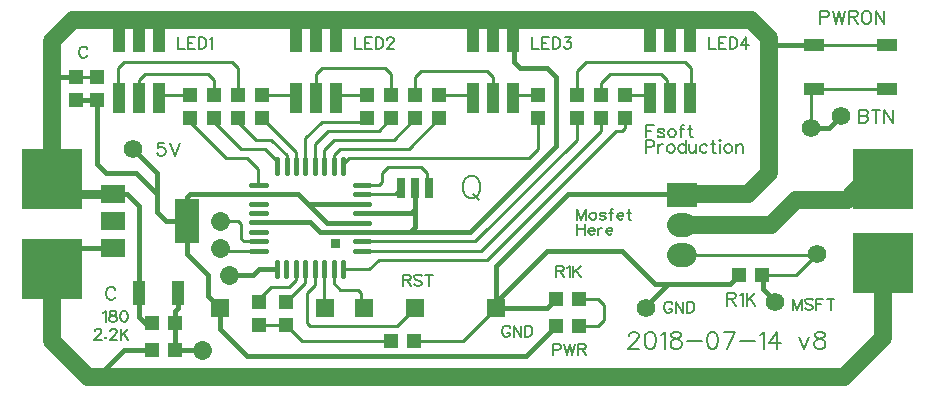
<source format=gtl>
G04 ---------------------------- Layer name :TOP LAYER*
G04 EasyEDA v5.6.10, Sat, 14 Jul 2018 09:59:27 GMT*
G04 2f10b13e7a714cddaf66bfbe285f99f1*
G04 Gerber Generator version 0.2*
G04 Scale: 100 percent, Rotated: No, Reflected: No *
G04 Dimensions in millimeters *
G04 leading zeros omitted , absolute positions ,3 integer and 3 decimal *
%FSLAX33Y33*%
%MOMM*%
G90*
G71D02*

%ADD10C,0.254000*%
%ADD11C,0.399999*%
%ADD12C,1.499997*%
%ADD13C,0.799998*%
%ADD14C,0.450012*%
%ADD15C,0.203200*%
%ADD16C,0.177800*%
%ADD17C,0.178003*%
%ADD18C,1.575054*%
%ADD19R,1.999996X3.799992*%
%ADD20R,1.999996X1.499997*%
%ADD21R,0.701040X1.699260*%
%ADD22R,1.799996X1.099998*%
%ADD23R,1.099998X2.499995*%
%ADD24R,1.206500X1.206500*%
%ADD25R,1.206500X1.206998*%
%ADD26R,1.206500X1.207008*%
%ADD27C,1.574800*%
%ADD28R,1.207008X1.206500*%
%ADD29R,0.999998X1.999996*%
%ADD30R,2.499995X1.999996*%
%ADD31R,1.574800X1.574800*%
%ADD32R,1.574800X1.575054*%
%ADD33R,1.999996X1.999996*%
%ADD34C,1.999996*%
%ADD35C,1.575003*%

%LPD*%
G54D11*
G01X41148Y7112D02*
G01X45463Y7112D01*
G01X46226Y7875D01*
G01X7368Y24686D02*
G01X5593Y24686D01*
G01X5590Y24688D01*
G54D10*
G01X29768Y17526D02*
G01X31242Y17526D01*
G01X31496Y17780D01*
G01X31496Y18542D01*
G01X32004Y19050D01*
G01X34798Y19050D01*
G01X35306Y18542D01*
G01X35306Y17449D01*
G01X35483Y17272D01*
G01X29768Y16725D02*
G01X32550Y16725D01*
G01X33096Y17272D01*
G54D11*
G01X29768Y15925D02*
G01X25222Y15925D01*
G01X24419Y16731D01*
G01X21031Y16736D01*
G01X29768Y14328D02*
G01X26819Y14328D01*
G01X25222Y15925D01*
G01X21031Y14338D02*
G01X25394Y14339D01*
G01X26200Y13533D01*
G01X29768Y13528D01*
G01X29768Y15125D02*
G01X33921Y15125D01*
G01X34290Y15494D01*
G01X34290Y17272D01*
G01X29768Y13528D02*
G01X33848Y13528D01*
G01X34290Y13970D01*
G01X34290Y15494D01*
G54D10*
G01X74272Y29370D02*
G01X68072Y29370D01*
G54D12*
G01X3556Y10414D02*
G01X3556Y4318D01*
G01X6604Y1270D01*
G01X70612Y1270D01*
G01X73914Y4572D01*
G01X73914Y10922D01*
G01X3556Y17272D02*
G01X3556Y29718D01*
G01X5334Y31496D01*
G01X62738Y31496D01*
G01X64262Y29972D01*
G01X64262Y18542D01*
G01X62484Y16764D01*
G01X57023Y16764D01*
G01X56896Y16637D01*
G54D11*
G01X68072Y29370D02*
G01X64930Y29370D01*
G01X64262Y28702D01*
G54D12*
G01X56896Y14097D02*
G01X64389Y14097D01*
G01X66548Y16256D01*
G01X70866Y16256D01*
G01X73914Y19558D01*
G54D10*
G01X74272Y25669D02*
G01X68072Y25669D01*
G01X68072Y25669D02*
G01X67818Y25669D01*
G01X67818Y22860D01*
G01X68326Y22352D01*
G01X56896Y11557D02*
G01X68199Y11557D01*
G01X68326Y11684D01*
G01X63703Y9906D02*
G01X66548Y9906D01*
G01X68072Y11430D01*
G01X68326Y11684D01*
G54D13*
G01X8686Y16776D02*
G01X4813Y16776D01*
G01X3556Y18034D01*
G54D11*
G01X8686Y12176D02*
G01X5318Y12176D01*
G01X3556Y10414D01*
G01X21031Y16736D02*
G01X15212Y16736D01*
G01X14986Y16510D01*
G01X14986Y14478D01*
G01X14986Y14478D02*
G01X14986Y11684D01*
G01X16764Y9906D01*
G01X16764Y8128D01*
G01X17780Y7112D01*
G01X46228Y5588D02*
G01X43688Y3048D01*
G01X20066Y3048D01*
G01X17780Y5334D01*
G01X17780Y7112D01*
G54D10*
G01X21031Y12738D02*
G01X19773Y12738D01*
G01X19558Y12954D01*
G01X19558Y14224D01*
G01X19304Y14478D01*
G01X17780Y14478D01*
G01X21031Y11938D02*
G01X18288Y11938D01*
G01X17780Y12446D01*
G54D11*
G01X22606Y10414D02*
G01X21082Y10414D01*
G01X20574Y9906D01*
G01X18542Y9906D01*
G54D10*
G01X48260Y5334D02*
G01X48260Y5588D01*
G01X49784Y5588D01*
G01X50292Y6096D01*
G01X50292Y7366D01*
G01X49784Y7874D01*
G01X48511Y7874D01*
G01X9182Y29522D02*
G01X9182Y31487D01*
G01X9190Y31496D01*
G01X10881Y29522D02*
G01X10881Y31382D01*
G01X10995Y31496D01*
G01X12666Y31496D02*
G01X12666Y29607D01*
G01X12580Y29522D01*
G01X24180Y29522D02*
G01X24180Y31344D01*
G01X24029Y31496D01*
G01X25833Y31496D02*
G01X25833Y29568D01*
G01X25880Y29522D01*
G01X27581Y29522D02*
G01X27581Y31372D01*
G01X27705Y31496D01*
G01X38734Y31496D02*
G01X39182Y29522D01*
G01X39182Y29522D01*
G01X40881Y29522D02*
G01X40881Y31354D01*
G01X40739Y31496D01*
G01X42611Y31496D02*
G01X42611Y29553D01*
G01X42580Y29522D01*
G01X54180Y29522D02*
G01X54180Y31423D01*
G01X54108Y31496D01*
G01X55979Y31496D02*
G01X55979Y29622D01*
G01X55880Y29522D01*
G01X57581Y29522D02*
G01X57581Y31493D01*
G01X57583Y31496D01*
G54D11*
G01X33053Y13528D02*
G01X38928Y13528D01*
G01X46228Y20828D01*
G01X46228Y26670D01*
G01X45466Y27432D01*
G01X43180Y27432D01*
G01X42697Y27914D01*
G01X42593Y30032D01*
G54D10*
G01X24206Y19126D02*
G01X24206Y20297D01*
G01X21338Y23164D01*
G01X23406Y19126D02*
G01X23406Y20027D01*
G01X22098Y21336D01*
G01X20828Y21336D01*
G01X19306Y22857D01*
G01X19306Y23164D01*
G01X22606Y19126D02*
G01X22606Y19558D01*
G01X21590Y20574D01*
G01X19558Y20574D01*
G01X17274Y22857D01*
G01X17274Y23164D01*
G01X21031Y17536D02*
G01X21031Y18846D01*
G01X20066Y19812D01*
G01X18288Y19812D01*
G01X15242Y22857D01*
G01X15242Y23164D01*
G01X25006Y19126D02*
G01X25006Y21450D01*
G01X26416Y22860D01*
G01X29923Y22860D01*
G01X30228Y23164D01*
G01X25803Y19126D02*
G01X25803Y20977D01*
G01X26924Y22098D01*
G01X31196Y22098D01*
G01X32260Y23162D01*
G01X26603Y19126D02*
G01X26603Y20507D01*
G01X27432Y21336D01*
G01X32463Y21336D01*
G01X34292Y23164D01*
G01X27404Y19126D02*
G01X27404Y20038D01*
G01X27940Y20574D01*
G01X33733Y20574D01*
G01X36324Y23164D01*
G01X15242Y25146D02*
G01X12936Y25146D01*
G01X12621Y24831D01*
G01X21338Y25146D02*
G01X23893Y25146D01*
G01X24208Y24831D01*
G01X30228Y25146D02*
G01X27924Y25146D01*
G01X27609Y24831D01*
G01X36324Y25146D02*
G01X38879Y25146D01*
G01X39194Y24831D01*
G01X44706Y25146D02*
G01X42908Y25146D01*
G01X42593Y24831D01*
G01X52072Y25146D02*
G01X53865Y25146D01*
G01X54180Y24831D01*
G01X50040Y25146D02*
G01X50040Y26164D01*
G01X50800Y26924D01*
G01X55118Y26924D01*
G01X55626Y26416D01*
G01X55626Y25085D01*
G01X55880Y24831D01*
G01X48008Y25146D02*
G01X48008Y27180D01*
G01X48768Y27940D01*
G01X57150Y27940D01*
G01X57658Y27432D01*
G01X57658Y24907D01*
G01X57581Y24831D01*
G01X29768Y12727D02*
G01X39397Y12727D01*
G01X48006Y21336D01*
G01X48006Y23162D01*
G01X48008Y23164D01*
G01X29768Y11927D02*
G01X39867Y11927D01*
G01X50038Y22098D01*
G01X50038Y23162D01*
G01X50040Y23164D01*
G01X28194Y10363D02*
G01X30429Y10363D01*
G01X31242Y11176D01*
G01X40386Y11176D01*
G01X51308Y22098D01*
G01X51816Y22098D01*
G01X52070Y22352D01*
G01X52070Y23162D01*
G01X52072Y23164D01*
G01X28204Y19126D02*
G01X28204Y19314D01*
G01X28702Y19812D01*
G01X43942Y19812D01*
G01X44704Y20574D01*
G01X44704Y23162D01*
G01X44706Y23164D01*
G01X34292Y25146D02*
G01X34290Y26670D01*
G01X34798Y27178D01*
G01X40386Y27178D01*
G01X40894Y26670D01*
G01X40894Y24831D01*
G01X32260Y25143D02*
G01X32258Y26924D01*
G01X31750Y27432D01*
G01X26416Y27432D01*
G01X25908Y26924D01*
G01X25908Y24831D01*
G01X10922Y24831D02*
G01X10922Y26416D01*
G01X11430Y26924D01*
G01X16764Y26924D01*
G01X17272Y26416D01*
G01X17272Y25148D01*
G01X17274Y25146D01*
G01X19306Y25146D02*
G01X19306Y27429D01*
G01X18796Y27940D01*
G01X9652Y27940D01*
G01X9144Y27432D01*
G01X9144Y24909D01*
G01X9222Y24831D01*
G54D11*
G01X5336Y26670D02*
G01X3711Y26670D01*
G01X3556Y26825D01*
G01X41148Y7112D02*
G01X41148Y10668D01*
G01X47244Y16764D01*
G01X56769Y16764D01*
G01X56896Y16637D01*
G01X41148Y7112D02*
G01X40640Y7112D01*
G01X45466Y11938D01*
G01X51816Y11938D01*
G01X54610Y9144D01*
G01X60962Y9144D01*
G01X61724Y9903D01*
G54D10*
G01X7368Y26667D02*
G01X5593Y26667D01*
G01X5590Y26670D01*
G01X27393Y10363D02*
G01X27393Y9182D01*
G01X27940Y8636D01*
G01X29464Y8636D01*
G01X29718Y8382D01*
G01X29718Y7366D01*
G01X29972Y7112D01*
G01X26593Y10363D02*
G01X26593Y7188D01*
G01X26670Y7112D01*
G01X25793Y10363D02*
G01X25793Y9029D01*
G01X25146Y8382D01*
G01X25146Y5842D01*
G01X25400Y5588D01*
G01X32766Y5588D01*
G01X34290Y7112D01*
G01X23373Y7617D02*
G01X23373Y7622D01*
G01X24991Y9230D01*
G01X24996Y10363D01*
G01X21084Y7617D02*
G01X21084Y7874D01*
G01X22098Y8890D01*
G01X23622Y8890D01*
G01X24185Y9451D01*
G01X24196Y10363D01*
G54D11*
G01X14986Y14478D02*
G01X13208Y14478D01*
G01X12446Y15240D01*
G01X12446Y16764D01*
G01X10668Y18542D01*
G01X8128Y18542D01*
G01X7366Y19304D01*
G01X7366Y24686D01*
G01X7367Y24687D01*
G01X12446Y16764D02*
G01X12446Y18542D01*
G01X10414Y20574D01*
G01X68326Y22352D02*
G01X69342Y22352D01*
G01X70358Y23368D01*
G01X63705Y9906D02*
G01X63705Y8684D01*
G01X64770Y7620D01*
G01X53848Y7112D02*
G01X53713Y7112D01*
G01X55745Y9144D01*
G01X16256Y3556D02*
G01X13972Y3556D01*
G01X13971Y3554D01*
G01X13971Y3554D02*
G01X13971Y5840D01*
G01X13971Y5840D01*
G01X11991Y3556D02*
G01X9652Y3556D01*
G01X7620Y1524D01*
G54D10*
G01X32256Y4319D02*
G01X24690Y4319D01*
G01X23371Y5637D01*
G01X23371Y5637D02*
G01X21083Y5637D01*
G01X34237Y4319D02*
G01X38355Y4319D01*
G01X41148Y7112D01*
G54D11*
G01X8685Y16777D02*
G01X9892Y16777D01*
G01X10922Y15748D01*
G01X10922Y8382D01*
G01X11990Y5840D02*
G01X11431Y5840D01*
G01X10922Y6350D01*
G01X10922Y8382D01*
G01X13971Y5840D02*
G01X13971Y6859D01*
G01X14224Y7112D01*
G01X14224Y8382D01*
G54D14*
G01X28194Y9763D02*
G01X28194Y10963D01*
G01X27393Y9763D02*
G01X27393Y10963D01*
G01X26593Y9763D02*
G01X26593Y10963D01*
G01X25793Y9763D02*
G01X25793Y10963D01*
G01X24996Y9763D02*
G01X24996Y10963D01*
G01X24196Y9763D02*
G01X24196Y10963D01*
G01X23395Y9763D02*
G01X23395Y10963D01*
G01X22595Y9763D02*
G01X22595Y10963D01*
G01X21631Y11938D02*
G01X20431Y11938D01*
G01X21631Y12738D02*
G01X20431Y12738D01*
G01X21631Y13538D02*
G01X20431Y13538D01*
G01X21631Y14338D02*
G01X20431Y14338D01*
G01X21631Y15135D02*
G01X20431Y15135D01*
G01X21631Y15935D02*
G01X20431Y15935D01*
G01X21631Y16736D02*
G01X20431Y16736D01*
G01X21631Y17536D02*
G01X20431Y17536D01*
G01X22606Y18526D02*
G01X22606Y19726D01*
G01X23406Y18526D02*
G01X23406Y19726D01*
G01X24206Y18526D02*
G01X24206Y19726D01*
G01X25006Y18526D02*
G01X25006Y19726D01*
G01X25803Y18526D02*
G01X25803Y19726D01*
G01X26603Y18526D02*
G01X26603Y19726D01*
G01X27404Y18526D02*
G01X27404Y19726D01*
G01X28204Y18526D02*
G01X28204Y19726D01*
G01X30368Y17526D02*
G01X29168Y17526D01*
G01X30368Y16725D02*
G01X29168Y16725D01*
G01X30368Y15925D02*
G01X29168Y15925D01*
G01X30368Y15125D02*
G01X29168Y15125D01*
G01X30368Y14328D02*
G01X29168Y14328D01*
G01X30368Y13528D02*
G01X29168Y13528D01*
G01X30368Y12727D02*
G01X29168Y12727D01*
G01X30368Y11927D02*
G01X29168Y11927D01*
G54D15*
G01X52392Y4739D02*
G01X52392Y4808D01*
G01X52461Y4942D01*
G01X52529Y5011D01*
G01X52664Y5080D01*
G01X52938Y5080D01*
G01X53073Y5011D01*
G01X53141Y4942D01*
G01X53210Y4808D01*
G01X53210Y4671D01*
G01X53141Y4533D01*
G01X53004Y4330D01*
G01X52324Y3647D01*
G01X53279Y3647D01*
G01X54137Y5080D02*
G01X53931Y5011D01*
G01X53797Y4808D01*
G01X53728Y4467D01*
G01X53728Y4262D01*
G01X53797Y3921D01*
G01X53931Y3716D01*
G01X54137Y3647D01*
G01X54274Y3647D01*
G01X54477Y3716D01*
G01X54615Y3921D01*
G01X54683Y4262D01*
G01X54683Y4467D01*
G01X54615Y4808D01*
G01X54477Y5011D01*
G01X54274Y5080D01*
G01X54137Y5080D01*
G01X55133Y4808D02*
G01X55270Y4876D01*
G01X55473Y5080D01*
G01X55473Y3647D01*
G01X56266Y5080D02*
G01X56060Y5011D01*
G01X55991Y4876D01*
G01X55991Y4739D01*
G01X56060Y4602D01*
G01X56197Y4533D01*
G01X56469Y4467D01*
G01X56675Y4399D01*
G01X56809Y4262D01*
G01X56878Y4124D01*
G01X56878Y3921D01*
G01X56809Y3784D01*
G01X56741Y3716D01*
G01X56537Y3647D01*
G01X56266Y3647D01*
G01X56060Y3716D01*
G01X55991Y3784D01*
G01X55923Y3921D01*
G01X55923Y4124D01*
G01X55991Y4262D01*
G01X56128Y4399D01*
G01X56332Y4467D01*
G01X56606Y4533D01*
G01X56741Y4602D01*
G01X56809Y4739D01*
G01X56809Y4876D01*
G01X56741Y5011D01*
G01X56537Y5080D01*
G01X56266Y5080D01*
G01X57327Y4262D02*
G01X58554Y4262D01*
G01X59415Y5080D02*
G01X59209Y5011D01*
G01X59072Y4808D01*
G01X59006Y4467D01*
G01X59006Y4262D01*
G01X59072Y3921D01*
G01X59209Y3716D01*
G01X59415Y3647D01*
G01X59550Y3647D01*
G01X59756Y3716D01*
G01X59893Y3921D01*
G01X59959Y4262D01*
G01X59959Y4467D01*
G01X59893Y4808D01*
G01X59756Y5011D01*
G01X59550Y5080D01*
G01X59415Y5080D01*
G01X61363Y5080D02*
G01X60683Y3647D01*
G01X60411Y5080D02*
G01X61363Y5080D01*
G01X61815Y4262D02*
G01X63042Y4262D01*
G01X63492Y4808D02*
G01X63629Y4876D01*
G01X63832Y5080D01*
G01X63832Y3647D01*
G01X64965Y5080D02*
G01X64282Y4124D01*
G01X65305Y4124D01*
G01X64965Y5080D02*
G01X64965Y3647D01*
G01X66804Y4602D02*
G01X67216Y3647D01*
G01X67624Y4602D02*
G01X67216Y3647D01*
G01X68414Y5080D02*
G01X68209Y5011D01*
G01X68143Y4876D01*
G01X68143Y4739D01*
G01X68209Y4602D01*
G01X68346Y4533D01*
G01X68620Y4467D01*
G01X68823Y4399D01*
G01X68961Y4262D01*
G01X69029Y4124D01*
G01X69029Y3921D01*
G01X68961Y3784D01*
G01X68892Y3716D01*
G01X68686Y3647D01*
G01X68414Y3647D01*
G01X68209Y3716D01*
G01X68143Y3784D01*
G01X68074Y3921D01*
G01X68074Y4124D01*
G01X68143Y4262D01*
G01X68277Y4399D01*
G01X68483Y4467D01*
G01X68755Y4533D01*
G01X68892Y4602D01*
G01X68961Y4739D01*
G01X68961Y4876D01*
G01X68892Y5011D01*
G01X68686Y5080D01*
G01X68414Y5080D01*
G54D16*
G01X56052Y7391D02*
G01X56009Y7482D01*
G01X55918Y7574D01*
G01X55826Y7620D01*
G01X55643Y7620D01*
G01X55554Y7574D01*
G01X55463Y7482D01*
G01X55417Y7391D01*
G01X55372Y7256D01*
G01X55372Y7028D01*
G01X55417Y6891D01*
G01X55463Y6802D01*
G01X55554Y6710D01*
G01X55643Y6664D01*
G01X55826Y6664D01*
G01X55918Y6710D01*
G01X56009Y6802D01*
G01X56052Y6891D01*
G01X56052Y7028D01*
G01X55826Y7028D02*
G01X56052Y7028D01*
G01X56354Y7620D02*
G01X56354Y6664D01*
G01X56354Y7620D02*
G01X56989Y6664D01*
G01X56989Y7620D02*
G01X56989Y6664D01*
G01X57289Y7620D02*
G01X57289Y6664D01*
G01X57289Y7620D02*
G01X57607Y7620D01*
G01X57744Y7574D01*
G01X57835Y7482D01*
G01X57881Y7391D01*
G01X57927Y7256D01*
G01X57927Y7028D01*
G01X57881Y6891D01*
G01X57835Y6802D01*
G01X57744Y6710D01*
G01X57607Y6664D01*
G01X57289Y6664D01*
G01X66294Y7874D02*
G01X66294Y6918D01*
G01X66294Y7874D02*
G01X66657Y6918D01*
G01X67020Y7874D02*
G01X66657Y6918D01*
G01X67020Y7874D02*
G01X67020Y6918D01*
G01X67957Y7736D02*
G01X67866Y7828D01*
G01X67729Y7874D01*
G01X67548Y7874D01*
G01X67411Y7828D01*
G01X67320Y7736D01*
G01X67320Y7645D01*
G01X67365Y7553D01*
G01X67411Y7510D01*
G01X67503Y7465D01*
G01X67774Y7373D01*
G01X67866Y7327D01*
G01X67911Y7282D01*
G01X67957Y7190D01*
G01X67957Y7056D01*
G01X67866Y6964D01*
G01X67729Y6918D01*
G01X67548Y6918D01*
G01X67411Y6964D01*
G01X67320Y7056D01*
G01X68257Y7874D02*
G01X68257Y6918D01*
G01X68257Y7874D02*
G01X68849Y7874D01*
G01X68257Y7419D02*
G01X68620Y7419D01*
G01X69466Y7874D02*
G01X69466Y6918D01*
G01X69148Y7874D02*
G01X69783Y7874D01*
G01X71882Y23876D02*
G01X71882Y22786D01*
G01X71882Y23876D02*
G01X72349Y23876D01*
G01X72504Y23825D01*
G01X72557Y23774D01*
G01X72608Y23670D01*
G01X72608Y23566D01*
G01X72557Y23461D01*
G01X72504Y23408D01*
G01X72349Y23357D01*
G01X71882Y23357D02*
G01X72349Y23357D01*
G01X72504Y23304D01*
G01X72557Y23253D01*
G01X72608Y23149D01*
G01X72608Y22994D01*
G01X72557Y22890D01*
G01X72504Y22837D01*
G01X72349Y22786D01*
G01X71882Y22786D01*
G01X73317Y23876D02*
G01X73317Y22786D01*
G01X72951Y23876D02*
G01X73680Y23876D01*
G01X74023Y23876D02*
G01X74023Y22786D01*
G01X74023Y23876D02*
G01X74749Y22786D01*
G01X74749Y23876D02*
G01X74749Y22786D01*
G54D17*
G01X53848Y22605D02*
G01X53848Y21556D01*
G01X53848Y22605D02*
G01X54498Y22605D01*
G01X53848Y22105D02*
G01X54246Y22105D01*
G01X55377Y22105D02*
G01X55328Y22207D01*
G01X55178Y22255D01*
G01X55029Y22255D01*
G01X54879Y22207D01*
G01X54828Y22105D01*
G01X54879Y22006D01*
G01X54978Y21955D01*
G01X55227Y21907D01*
G01X55328Y21856D01*
G01X55377Y21757D01*
G01X55377Y21706D01*
G01X55328Y21607D01*
G01X55178Y21556D01*
G01X55029Y21556D01*
G01X54879Y21607D01*
G01X54828Y21706D01*
G01X55958Y22255D02*
G01X55857Y22207D01*
G01X55758Y22105D01*
G01X55707Y21955D01*
G01X55707Y21856D01*
G01X55758Y21706D01*
G01X55857Y21607D01*
G01X55958Y21556D01*
G01X56108Y21556D01*
G01X56207Y21607D01*
G01X56309Y21706D01*
G01X56357Y21856D01*
G01X56357Y21955D01*
G01X56309Y22105D01*
G01X56207Y22207D01*
G01X56108Y22255D01*
G01X55958Y22255D01*
G01X57089Y22605D02*
G01X56987Y22605D01*
G01X56888Y22557D01*
G01X56837Y22405D01*
G01X56837Y21556D01*
G01X56687Y22255D02*
G01X57038Y22255D01*
G01X57569Y22605D02*
G01X57569Y21757D01*
G01X57617Y21607D01*
G01X57718Y21556D01*
G01X57818Y21556D01*
G01X57419Y22255D02*
G01X57767Y22255D01*
G54D16*
G01X33274Y9906D02*
G01X33274Y8950D01*
G01X33274Y9906D02*
G01X33682Y9906D01*
G01X33820Y9860D01*
G01X33865Y9814D01*
G01X33911Y9723D01*
G01X33911Y9631D01*
G01X33865Y9542D01*
G01X33820Y9497D01*
G01X33682Y9451D01*
G01X33274Y9451D01*
G01X33591Y9451D02*
G01X33911Y8950D01*
G01X34846Y9768D02*
G01X34754Y9860D01*
G01X34620Y9906D01*
G01X34437Y9906D01*
G01X34300Y9860D01*
G01X34211Y9768D01*
G01X34211Y9677D01*
G01X34256Y9585D01*
G01X34300Y9542D01*
G01X34391Y9497D01*
G01X34665Y9405D01*
G01X34754Y9359D01*
G01X34800Y9314D01*
G01X34846Y9222D01*
G01X34846Y9088D01*
G01X34754Y8996D01*
G01X34620Y8950D01*
G01X34437Y8950D01*
G01X34300Y8996D01*
G01X34211Y9088D01*
G01X35466Y9906D02*
G01X35466Y8950D01*
G01X35145Y9906D02*
G01X35783Y9906D01*
G01X42336Y5359D02*
G01X42293Y5450D01*
G01X42202Y5542D01*
G01X42110Y5588D01*
G01X41927Y5588D01*
G01X41838Y5542D01*
G01X41747Y5450D01*
G01X41701Y5359D01*
G01X41656Y5224D01*
G01X41656Y4996D01*
G01X41701Y4859D01*
G01X41747Y4770D01*
G01X41838Y4678D01*
G01X41927Y4632D01*
G01X42110Y4632D01*
G01X42202Y4678D01*
G01X42293Y4770D01*
G01X42336Y4859D01*
G01X42336Y4996D01*
G01X42110Y4996D02*
G01X42336Y4996D01*
G01X42638Y5588D02*
G01X42638Y4632D01*
G01X42638Y5588D02*
G01X43273Y4632D01*
G01X43273Y5588D02*
G01X43273Y4632D01*
G01X43573Y5588D02*
G01X43573Y4632D01*
G01X43573Y5588D02*
G01X43891Y5588D01*
G01X44028Y5542D01*
G01X44119Y5450D01*
G01X44165Y5359D01*
G01X44211Y5224D01*
G01X44211Y4996D01*
G01X44165Y4859D01*
G01X44119Y4770D01*
G01X44028Y4678D01*
G01X43891Y4632D01*
G01X43573Y4632D01*
G01X14224Y30010D02*
G01X14224Y29055D01*
G01X14224Y29055D02*
G01X14770Y29055D01*
G01X15069Y30010D02*
G01X15069Y29055D01*
G01X15069Y30010D02*
G01X15659Y30010D01*
G01X15069Y29555D02*
G01X15433Y29555D01*
G01X15069Y29055D02*
G01X15659Y29055D01*
G01X15961Y30010D02*
G01X15961Y29055D01*
G01X15961Y30010D02*
G01X16278Y30010D01*
G01X16416Y29964D01*
G01X16504Y29872D01*
G01X16550Y29781D01*
G01X16596Y29646D01*
G01X16596Y29418D01*
G01X16550Y29281D01*
G01X16504Y29192D01*
G01X16416Y29100D01*
G01X16278Y29055D01*
G01X15961Y29055D01*
G01X16896Y29827D02*
G01X16987Y29872D01*
G01X17124Y30010D01*
G01X17124Y29055D01*
G01X29210Y30010D02*
G01X29210Y29055D01*
G01X29210Y29055D02*
G01X29756Y29055D01*
G01X30055Y30010D02*
G01X30055Y29055D01*
G01X30055Y30010D02*
G01X30645Y30010D01*
G01X30055Y29555D02*
G01X30419Y29555D01*
G01X30055Y29055D02*
G01X30645Y29055D01*
G01X30947Y30010D02*
G01X30947Y29055D01*
G01X30947Y30010D02*
G01X31264Y30010D01*
G01X31402Y29964D01*
G01X31490Y29872D01*
G01X31536Y29781D01*
G01X31582Y29646D01*
G01X31582Y29418D01*
G01X31536Y29281D01*
G01X31490Y29192D01*
G01X31402Y29100D01*
G01X31264Y29055D01*
G01X30947Y29055D01*
G01X31927Y29781D02*
G01X31927Y29827D01*
G01X31973Y29918D01*
G01X32019Y29964D01*
G01X32110Y30010D01*
G01X32291Y30010D01*
G01X32382Y29964D01*
G01X32428Y29918D01*
G01X32473Y29827D01*
G01X32473Y29735D01*
G01X32428Y29646D01*
G01X32336Y29509D01*
G01X31882Y29055D01*
G01X32519Y29055D01*
G01X44196Y30010D02*
G01X44196Y29055D01*
G01X44196Y29055D02*
G01X44742Y29055D01*
G01X45041Y30010D02*
G01X45041Y29055D01*
G01X45041Y30010D02*
G01X45631Y30010D01*
G01X45041Y29555D02*
G01X45405Y29555D01*
G01X45041Y29055D02*
G01X45631Y29055D01*
G01X45933Y30010D02*
G01X45933Y29055D01*
G01X45933Y30010D02*
G01X46250Y30010D01*
G01X46388Y29964D01*
G01X46476Y29872D01*
G01X46522Y29781D01*
G01X46568Y29646D01*
G01X46568Y29418D01*
G01X46522Y29281D01*
G01X46476Y29192D01*
G01X46388Y29100D01*
G01X46250Y29055D01*
G01X45933Y29055D01*
G01X46959Y30010D02*
G01X47459Y30010D01*
G01X47188Y29646D01*
G01X47322Y29646D01*
G01X47414Y29601D01*
G01X47459Y29555D01*
G01X47505Y29418D01*
G01X47505Y29326D01*
G01X47459Y29192D01*
G01X47368Y29100D01*
G01X47231Y29055D01*
G01X47096Y29055D01*
G01X46959Y29100D01*
G01X46913Y29146D01*
G01X46868Y29237D01*
G01X59182Y30010D02*
G01X59182Y29055D01*
G01X59182Y29055D02*
G01X59728Y29055D01*
G01X60027Y30010D02*
G01X60027Y29055D01*
G01X60027Y30010D02*
G01X60617Y30010D01*
G01X60027Y29555D02*
G01X60391Y29555D01*
G01X60027Y29055D02*
G01X60617Y29055D01*
G01X60919Y30010D02*
G01X60919Y29055D01*
G01X60919Y30010D02*
G01X61236Y30010D01*
G01X61374Y29964D01*
G01X61462Y29872D01*
G01X61508Y29781D01*
G01X61554Y29646D01*
G01X61554Y29418D01*
G01X61508Y29281D01*
G01X61462Y29192D01*
G01X61374Y29100D01*
G01X61236Y29055D01*
G01X60919Y29055D01*
G01X62308Y30010D02*
G01X61854Y29372D01*
G01X62537Y29372D01*
G01X62308Y30010D02*
G01X62308Y29055D01*
G01X38900Y18288D02*
G01X38717Y18196D01*
G01X38536Y18013D01*
G01X38445Y17833D01*
G01X38354Y17559D01*
G01X38354Y17104D01*
G01X38445Y16832D01*
G01X38536Y16649D01*
G01X38717Y16469D01*
G01X38900Y16377D01*
G01X39263Y16377D01*
G01X39443Y16469D01*
G01X39626Y16649D01*
G01X39717Y16832D01*
G01X39809Y17104D01*
G01X39809Y17559D01*
G01X39717Y17833D01*
G01X39626Y18013D01*
G01X39443Y18196D01*
G01X39263Y18288D01*
G01X38900Y18288D01*
G01X39171Y16741D02*
G01X39717Y16195D01*
G01X7874Y6675D02*
G01X7965Y6720D01*
G01X8100Y6858D01*
G01X8100Y5902D01*
G01X8628Y6858D02*
G01X8491Y6812D01*
G01X8445Y6720D01*
G01X8445Y6629D01*
G01X8491Y6537D01*
G01X8582Y6494D01*
G01X8765Y6449D01*
G01X8900Y6403D01*
G01X8991Y6311D01*
G01X9037Y6220D01*
G01X9037Y6085D01*
G01X8991Y5994D01*
G01X8945Y5948D01*
G01X8811Y5902D01*
G01X8628Y5902D01*
G01X8491Y5948D01*
G01X8445Y5994D01*
G01X8402Y6085D01*
G01X8402Y6220D01*
G01X8445Y6311D01*
G01X8536Y6403D01*
G01X8674Y6449D01*
G01X8856Y6494D01*
G01X8945Y6537D01*
G01X8991Y6629D01*
G01X8991Y6720D01*
G01X8945Y6812D01*
G01X8811Y6858D01*
G01X8628Y6858D01*
G01X9611Y6858D02*
G01X9474Y6812D01*
G01X9382Y6675D01*
G01X9337Y6449D01*
G01X9337Y6311D01*
G01X9382Y6085D01*
G01X9474Y5948D01*
G01X9611Y5902D01*
G01X9700Y5902D01*
G01X9837Y5948D01*
G01X9928Y6085D01*
G01X9974Y6311D01*
G01X9974Y6449D01*
G01X9928Y6675D01*
G01X9837Y6812D01*
G01X9700Y6858D01*
G01X9611Y6858D01*
G01X7157Y5105D02*
G01X7157Y5151D01*
G01X7203Y5242D01*
G01X7249Y5288D01*
G01X7338Y5334D01*
G01X7520Y5334D01*
G01X7612Y5288D01*
G01X7658Y5242D01*
G01X7703Y5151D01*
G01X7703Y5059D01*
G01X7658Y4970D01*
G01X7566Y4833D01*
G01X7112Y4378D01*
G01X7749Y4378D01*
G01X8094Y4605D02*
G01X8049Y4561D01*
G01X8094Y4516D01*
G01X8138Y4561D01*
G01X8094Y4605D01*
G01X8483Y5105D02*
G01X8483Y5151D01*
G01X8529Y5242D01*
G01X8575Y5288D01*
G01X8666Y5334D01*
G01X8849Y5334D01*
G01X8938Y5288D01*
G01X8983Y5242D01*
G01X9029Y5151D01*
G01X9029Y5059D01*
G01X8983Y4970D01*
G01X8895Y4833D01*
G01X8440Y4378D01*
G01X9075Y4378D01*
G01X9375Y5334D02*
G01X9375Y4378D01*
G01X10012Y5334D02*
G01X9375Y4696D01*
G01X9603Y4925D02*
G01X10012Y4378D01*
G01X6522Y28981D02*
G01X6479Y29072D01*
G01X6388Y29164D01*
G01X6296Y29210D01*
G01X6113Y29210D01*
G01X6024Y29164D01*
G01X5933Y29072D01*
G01X5887Y28981D01*
G01X5842Y28846D01*
G01X5842Y28618D01*
G01X5887Y28481D01*
G01X5933Y28392D01*
G01X6024Y28300D01*
G01X6113Y28254D01*
G01X6296Y28254D01*
G01X6388Y28300D01*
G01X6479Y28392D01*
G01X6522Y28481D01*
G54D17*
G01X48006Y15494D02*
G01X48006Y14538D01*
G01X48006Y15494D02*
G01X48369Y14538D01*
G01X48732Y15494D02*
G01X48369Y14538D01*
G01X48732Y15494D02*
G01X48732Y14538D01*
G01X49260Y15173D02*
G01X49169Y15130D01*
G01X49077Y15039D01*
G01X49032Y14902D01*
G01X49032Y14810D01*
G01X49077Y14676D01*
G01X49169Y14584D01*
G01X49260Y14538D01*
G01X49397Y14538D01*
G01X49486Y14584D01*
G01X49578Y14676D01*
G01X49623Y14810D01*
G01X49623Y14902D01*
G01X49578Y15039D01*
G01X49486Y15130D01*
G01X49397Y15173D01*
G01X49260Y15173D01*
G01X50424Y15039D02*
G01X50378Y15130D01*
G01X50241Y15173D01*
G01X50106Y15173D01*
G01X49969Y15130D01*
G01X49923Y15039D01*
G01X49969Y14947D01*
G01X50060Y14902D01*
G01X50286Y14856D01*
G01X50378Y14810D01*
G01X50424Y14721D01*
G01X50424Y14676D01*
G01X50378Y14584D01*
G01X50241Y14538D01*
G01X50106Y14538D01*
G01X49969Y14584D01*
G01X49923Y14676D01*
G01X51087Y15494D02*
G01X50998Y15494D01*
G01X50906Y15448D01*
G01X50860Y15311D01*
G01X50860Y14538D01*
G01X50723Y15173D02*
G01X51041Y15173D01*
G01X51386Y14902D02*
G01X51932Y14902D01*
G01X51932Y14993D01*
G01X51887Y15085D01*
G01X51841Y15130D01*
G01X51752Y15173D01*
G01X51615Y15173D01*
G01X51523Y15130D01*
G01X51432Y15039D01*
G01X51386Y14902D01*
G01X51386Y14810D01*
G01X51432Y14676D01*
G01X51523Y14584D01*
G01X51615Y14538D01*
G01X51752Y14538D01*
G01X51841Y14584D01*
G01X51932Y14676D01*
G01X52369Y15494D02*
G01X52369Y14721D01*
G01X52415Y14584D01*
G01X52506Y14538D01*
G01X52595Y14538D01*
G01X52232Y15173D02*
G01X52552Y15173D01*
G54D16*
G01X45974Y4064D02*
G01X45974Y3108D01*
G01X45974Y4064D02*
G01X46382Y4064D01*
G01X46520Y4018D01*
G01X46565Y3972D01*
G01X46611Y3881D01*
G01X46611Y3743D01*
G01X46565Y3655D01*
G01X46520Y3609D01*
G01X46382Y3563D01*
G01X45974Y3563D01*
G01X46911Y4064D02*
G01X47137Y3108D01*
G01X47365Y4064D02*
G01X47137Y3108D01*
G01X47365Y4064D02*
G01X47591Y3108D01*
G01X47820Y4064D02*
G01X47591Y3108D01*
G01X48120Y4064D02*
G01X48120Y3108D01*
G01X48120Y4064D02*
G01X48529Y4064D01*
G01X48663Y4018D01*
G01X48709Y3972D01*
G01X48755Y3881D01*
G01X48755Y3789D01*
G01X48709Y3700D01*
G01X48663Y3655D01*
G01X48529Y3609D01*
G01X48120Y3609D01*
G01X48437Y3609D02*
G01X48755Y3108D01*
G01X46228Y10668D02*
G01X46228Y9712D01*
G01X46228Y10668D02*
G01X46636Y10668D01*
G01X46774Y10622D01*
G01X46819Y10576D01*
G01X46865Y10485D01*
G01X46865Y10393D01*
G01X46819Y10304D01*
G01X46774Y10259D01*
G01X46636Y10213D01*
G01X46228Y10213D01*
G01X46545Y10213D02*
G01X46865Y9712D01*
G01X47165Y10485D02*
G01X47254Y10530D01*
G01X47391Y10668D01*
G01X47391Y9712D01*
G01X47691Y10668D02*
G01X47691Y9712D01*
G01X48328Y10668D02*
G01X47691Y10030D01*
G01X47919Y10259D02*
G01X48328Y9712D01*
G01X48006Y14224D02*
G01X48006Y13268D01*
G01X48643Y14224D02*
G01X48643Y13268D01*
G01X48006Y13769D02*
G01X48643Y13769D01*
G01X48943Y13632D02*
G01X49486Y13632D01*
G01X49486Y13723D01*
G01X49441Y13815D01*
G01X49397Y13860D01*
G01X49306Y13903D01*
G01X49169Y13903D01*
G01X49077Y13860D01*
G01X48988Y13769D01*
G01X48943Y13632D01*
G01X48943Y13540D01*
G01X48988Y13406D01*
G01X49077Y13314D01*
G01X49169Y13268D01*
G01X49306Y13268D01*
G01X49397Y13314D01*
G01X49486Y13406D01*
G01X49789Y13903D02*
G01X49789Y13268D01*
G01X49789Y13632D02*
G01X49832Y13769D01*
G01X49923Y13860D01*
G01X50015Y13903D01*
G01X50152Y13903D01*
G01X50452Y13632D02*
G01X50998Y13632D01*
G01X50998Y13723D01*
G01X50952Y13815D01*
G01X50906Y13860D01*
G01X50815Y13903D01*
G01X50678Y13903D01*
G01X50586Y13860D01*
G01X50497Y13769D01*
G01X50452Y13632D01*
G01X50452Y13540D01*
G01X50497Y13406D01*
G01X50586Y13314D01*
G01X50678Y13268D01*
G01X50815Y13268D01*
G01X50906Y13314D01*
G01X50998Y13406D01*
G54D17*
G01X53848Y21285D02*
G01X53848Y20236D01*
G01X53848Y21285D02*
G01X54297Y21285D01*
G01X54447Y21236D01*
G01X54498Y21186D01*
G01X54549Y21084D01*
G01X54549Y20934D01*
G01X54498Y20835D01*
G01X54447Y20784D01*
G01X54297Y20736D01*
G01X53848Y20736D01*
G01X54879Y20934D02*
G01X54879Y20236D01*
G01X54879Y20634D02*
G01X54927Y20784D01*
G01X55029Y20886D01*
G01X55128Y20934D01*
G01X55278Y20934D01*
G01X55857Y20934D02*
G01X55758Y20886D01*
G01X55659Y20784D01*
G01X55608Y20634D01*
G01X55608Y20535D01*
G01X55659Y20386D01*
G01X55758Y20286D01*
G01X55857Y20236D01*
G01X56007Y20236D01*
G01X56108Y20286D01*
G01X56207Y20386D01*
G01X56258Y20535D01*
G01X56258Y20634D01*
G01X56207Y20784D01*
G01X56108Y20886D01*
G01X56007Y20934D01*
G01X55857Y20934D01*
G01X57188Y21285D02*
G01X57188Y20236D01*
G01X57188Y20784D02*
G01X57089Y20886D01*
G01X56987Y20934D01*
G01X56837Y20934D01*
G01X56738Y20886D01*
G01X56636Y20784D01*
G01X56588Y20634D01*
G01X56588Y20535D01*
G01X56636Y20386D01*
G01X56738Y20286D01*
G01X56837Y20236D01*
G01X56987Y20236D01*
G01X57089Y20286D01*
G01X57188Y20386D01*
G01X57518Y20934D02*
G01X57518Y20436D01*
G01X57569Y20286D01*
G01X57668Y20236D01*
G01X57818Y20236D01*
G01X57917Y20286D01*
G01X58066Y20436D01*
G01X58066Y20934D02*
G01X58066Y20236D01*
G01X58999Y20784D02*
G01X58897Y20886D01*
G01X58798Y20934D01*
G01X58648Y20934D01*
G01X58547Y20886D01*
G01X58447Y20784D01*
G01X58397Y20634D01*
G01X58397Y20535D01*
G01X58447Y20386D01*
G01X58547Y20286D01*
G01X58648Y20236D01*
G01X58798Y20236D01*
G01X58897Y20286D01*
G01X58999Y20386D01*
G01X59479Y21285D02*
G01X59479Y20436D01*
G01X59527Y20286D01*
G01X59629Y20236D01*
G01X59728Y20236D01*
G01X59326Y20934D02*
G01X59677Y20934D01*
G01X60058Y21285D02*
G01X60109Y21236D01*
G01X60157Y21285D01*
G01X60109Y21335D01*
G01X60058Y21285D01*
G01X60109Y20934D02*
G01X60109Y20236D01*
G01X60739Y20934D02*
G01X60637Y20886D01*
G01X60538Y20784D01*
G01X60487Y20634D01*
G01X60487Y20535D01*
G01X60538Y20386D01*
G01X60637Y20286D01*
G01X60739Y20236D01*
G01X60888Y20236D01*
G01X60987Y20286D01*
G01X61087Y20386D01*
G01X61137Y20535D01*
G01X61137Y20634D01*
G01X61087Y20784D01*
G01X60987Y20886D01*
G01X60888Y20934D01*
G01X60739Y20934D01*
G01X61468Y20934D02*
G01X61468Y20236D01*
G01X61468Y20736D02*
G01X61617Y20886D01*
G01X61716Y20934D01*
G01X61866Y20934D01*
G01X61968Y20886D01*
G01X62019Y20736D01*
G01X62019Y20236D01*
G54D16*
G01X60705Y8381D02*
G01X60705Y7292D01*
G01X60705Y8381D02*
G01X61173Y8381D01*
G01X61328Y8331D01*
G01X61381Y8280D01*
G01X61432Y8176D01*
G01X61432Y8072D01*
G01X61381Y7967D01*
G01X61328Y7914D01*
G01X61173Y7863D01*
G01X60705Y7863D01*
G01X61069Y7863D02*
G01X61432Y7292D01*
G01X61775Y8176D02*
G01X61879Y8227D01*
G01X62036Y8381D01*
G01X62036Y7292D01*
G01X62379Y8381D02*
G01X62379Y7292D01*
G01X63106Y8381D02*
G01X62379Y7655D01*
G01X62638Y7914D02*
G01X63106Y7292D01*
G01X8907Y8630D02*
G01X8854Y8735D01*
G01X8752Y8839D01*
G01X8648Y8890D01*
G01X8440Y8890D01*
G01X8336Y8839D01*
G01X8232Y8735D01*
G01X8181Y8630D01*
G01X8128Y8475D01*
G01X8128Y8216D01*
G01X8181Y8059D01*
G01X8232Y7955D01*
G01X8336Y7851D01*
G01X8440Y7800D01*
G01X8648Y7800D01*
G01X8752Y7851D01*
G01X8854Y7955D01*
G01X8907Y8059D01*
G01X68580Y32257D02*
G01X68580Y31168D01*
G01X68580Y32257D02*
G01X69047Y32257D01*
G01X69202Y32207D01*
G01X69255Y32156D01*
G01X69306Y32052D01*
G01X69306Y31894D01*
G01X69255Y31790D01*
G01X69202Y31739D01*
G01X69047Y31686D01*
G01X68580Y31686D01*
G01X69649Y32257D02*
G01X69910Y31168D01*
G01X70170Y32257D02*
G01X69910Y31168D01*
G01X70170Y32257D02*
G01X70429Y31168D01*
G01X70688Y32257D02*
G01X70429Y31168D01*
G01X71031Y32257D02*
G01X71031Y31168D01*
G01X71031Y32257D02*
G01X71501Y32257D01*
G01X71655Y32207D01*
G01X71706Y32156D01*
G01X71760Y32052D01*
G01X71760Y31948D01*
G01X71706Y31843D01*
G01X71655Y31790D01*
G01X71501Y31739D01*
G01X71031Y31739D01*
G01X71396Y31739D02*
G01X71760Y31168D01*
G01X72415Y32257D02*
G01X72311Y32207D01*
G01X72207Y32103D01*
G01X72153Y31998D01*
G01X72102Y31843D01*
G01X72102Y31584D01*
G01X72153Y31427D01*
G01X72207Y31323D01*
G01X72311Y31219D01*
G01X72415Y31168D01*
G01X72621Y31168D01*
G01X72725Y31219D01*
G01X72829Y31323D01*
G01X72882Y31427D01*
G01X72933Y31584D01*
G01X72933Y31843D01*
G01X72882Y31998D01*
G01X72829Y32103D01*
G01X72725Y32207D01*
G01X72621Y32257D01*
G01X72415Y32257D01*
G01X73276Y32257D02*
G01X73276Y31168D01*
G01X73276Y32257D02*
G01X74002Y31168D01*
G01X74002Y32257D02*
G01X74002Y31168D01*
G01X13068Y21082D02*
G01X12550Y21082D01*
G01X12496Y20614D01*
G01X12550Y20667D01*
G01X12705Y20718D01*
G01X12862Y20718D01*
G01X13017Y20667D01*
G01X13121Y20563D01*
G01X13172Y20408D01*
G01X13172Y20304D01*
G01X13121Y20147D01*
G01X13017Y20043D01*
G01X12862Y19992D01*
G01X12705Y19992D01*
G01X12550Y20043D01*
G01X12496Y20096D01*
G01X12446Y20200D01*
G01X13515Y21082D02*
G01X13931Y19992D01*
G01X14348Y21082D02*
G01X13931Y19992D01*
G54D18*
G01X64770Y7620D03*
G01X70358Y23368D03*
G01X53848Y7112D03*
G54D19*
G01X14986Y14478D03*
G54D20*
G01X8685Y14478D03*
G01X8685Y12178D03*
G01X8685Y16777D03*
G54D21*
G01X33096Y17270D03*
G01X34290Y17270D03*
G01X35483Y17270D03*
G54D22*
G01X68070Y29371D03*
G01X68070Y25670D03*
G01X74270Y29371D03*
G01X74270Y25670D03*
G54D23*
G01X57580Y30031D03*
G01X55878Y30031D03*
G01X54179Y30031D03*
G01X57580Y24831D03*
G01X55880Y24831D03*
G01X54179Y24831D03*
G01X42594Y30031D03*
G01X40895Y30031D03*
G01X39196Y30031D03*
G01X42594Y24831D03*
G01X40895Y24831D03*
G01X39196Y24831D03*
G01X27608Y30031D03*
G01X25906Y30031D03*
G01X24207Y30031D03*
G01X27608Y24831D03*
G01X25908Y24831D03*
G01X24207Y24831D03*
G01X12622Y30031D03*
G01X10923Y30031D03*
G01X9224Y30031D03*
G01X12622Y24831D03*
G01X10923Y24831D03*
G01X9224Y24831D03*
G54D24*
G01X61723Y9904D03*
G01X63704Y9904D03*
G01X13971Y5840D03*
G01X11990Y5840D03*
G01X13971Y3554D03*
G01X11990Y3554D03*
G54D25*
G01X15241Y25147D03*
G54D24*
G01X15241Y23166D03*
G54D25*
G01X17273Y25147D03*
G54D24*
G01X17273Y23166D03*
G54D25*
G01X19305Y25147D03*
G54D24*
G01X19305Y23166D03*
G54D25*
G01X21337Y25147D03*
G54D24*
G01X21337Y23166D03*
G01X46226Y5589D03*
G01X48207Y5589D03*
G01X46226Y7875D03*
G01X48207Y7875D03*
G54D25*
G01X30227Y25147D03*
G54D24*
G01X30227Y23166D03*
G54D25*
G01X32259Y25147D03*
G54D24*
G01X32259Y23166D03*
G54D25*
G01X34291Y25147D03*
G54D24*
G01X34291Y23166D03*
G54D25*
G01X36323Y25147D03*
G54D24*
G01X36323Y23166D03*
G54D25*
G01X44705Y25147D03*
G54D24*
G01X44705Y23166D03*
G54D25*
G01X48007Y25147D03*
G54D24*
G01X48007Y23166D03*
G54D25*
G01X50039Y25147D03*
G54D24*
G01X50039Y23166D03*
G54D25*
G01X52071Y25147D03*
G54D24*
G01X52071Y23166D03*
G54D26*
G01X5589Y26671D03*
G54D24*
G01X5589Y24690D03*
G54D26*
G01X7367Y26668D03*
G54D24*
G01X7367Y24687D03*
G01X23371Y7618D03*
G01X23371Y5637D03*
G01X21083Y7618D03*
G01X21083Y5637D03*
G54D27*
G01X10414Y20574D03*
G54D28*
G01X32256Y4319D03*
G54D24*
G01X34237Y4319D03*
G54D29*
G01X10922Y8382D03*
G01X14224Y8382D03*
G36*
G01X27178Y12954D02*
G01X27940Y12954D01*
G01X27940Y12192D01*
G01X27178Y12192D01*
G01X27178Y12954D01*
G37*
G54D30*
G01X56896Y16637D03*
G54D31*
G01X26670Y7112D03*
G01X29972Y7112D03*
G01X34290Y7112D03*
G54D32*
G01X41148Y7112D03*
G54D31*
G01X17780Y7112D03*
G54D18*
G01X67818Y22352D03*
G01X68326Y11684D03*
G54D33*
G01X3556Y18034D03*
G01X5080Y18034D03*
G01X2032Y18034D03*
G01X3556Y16510D03*
G01X5080Y16510D03*
G01X2032Y16510D03*
G01X3556Y19558D03*
G01X5080Y19558D03*
G01X2032Y19558D03*
G01X3556Y10414D03*
G01X5080Y10414D03*
G01X2032Y10414D03*
G01X3556Y8890D03*
G01X5080Y8890D03*
G01X2032Y8890D03*
G01X3556Y11938D03*
G01X5080Y11938D03*
G01X2032Y11938D03*
G01X73914Y10922D03*
G01X75438Y10922D03*
G01X72390Y10922D03*
G01X73914Y9398D03*
G01X75438Y9398D03*
G01X72390Y9398D03*
G01X73914Y12446D03*
G01X75438Y12446D03*
G01X72390Y12446D03*
G01X73914Y18034D03*
G01X75438Y18034D03*
G01X72390Y18034D03*
G01X73914Y16510D03*
G01X75438Y16510D03*
G01X72390Y16510D03*
G01X73914Y19558D03*
G01X75438Y19558D03*
G01X72390Y19558D03*
G54D34*
G01X57145Y11557D02*
G01X56646Y11557D01*
G01X57145Y14097D02*
G01X56646Y14097D01*
G54D35*
G01X17780Y14478D02*
G01X17779Y14478D01*
G54D18*
G01X17780Y12192D02*
G01X17780Y12192D01*
G01X18542Y9906D02*
G01X18542Y9906D01*
G01X16256Y3556D02*
G01X16256Y3556D01*
M00*
M02*

</source>
